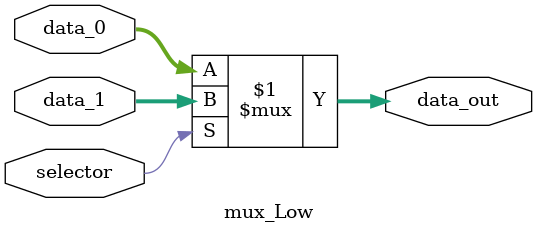
<source format=v>
module mux_Low(

    input  wire        selector,
    input  wire [31:0] data_0,
    input  wire [31:0] data_1,
    output wire [31:0] data_out

);

assign data_out = (selector) ? data_1 : data_0;

endmodule
</source>
